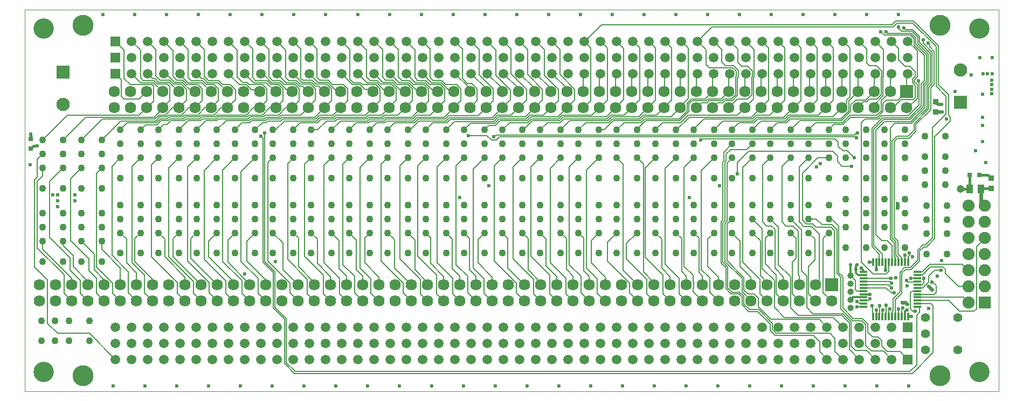
<source format=gbr>
G04 ================== begin FILE IDENTIFICATION RECORD ==================*
G04 Layout Name:  C:/NOW_WORK/VoloKh/CPI2/MAIN/BRD/CPI2_MAIN.brd*
G04 Film Name:    TOP*
G04 File Format:  Gerber RS274X*
G04 File Origin:  Cadence Allegro 17.2-S074*
G04 Origin Date:  Tue Mar 30 10:27:55 2021*
G04 *
G04 Layer:  BOARD GEOMETRY/OUTLINE*
G04 Layer:  ETCH/TOP*
G04 Layer:  PIN/TOP*
G04 Layer:  VIA CLASS/TOP*
G04 *
G04 Offset:    (0.0000 0.0000)*
G04 Mirror:    No*
G04 Mode:      Positive*
G04 Rotation:  0*
G04 FullContactRelief:  No*
G04 UndefLineWidth:     0.1000*
G04 ================== end FILE IDENTIFICATION RECORD ====================*
%FSLAX25Y25*MOMM*%
%IR0*IPPOS*OFA0.00000B0.00000*MIA0B0*SFA1.00000B1.00000*%
%ADD22R,.3X1.2*%
%ADD21R,1.2X.3*%
%ADD14C,.6*%
%ADD24C,.55*%
%ADD26R,.9X.9*%
%ADD28R,1.05X1.4*%
%ADD23C,1.*%
%ADD11C,1.1*%
%ADD29C,1.2*%
%ADD16C,2.1*%
%ADD25C,1.4*%
%ADD10C,3.2*%
%ADD18C,1.5*%
%ADD15C,3.3*%
%ADD13R,.8X.8*%
%ADD30R,.8X.8*%
%ADD20R,2.X2.*%
%ADD27C,1.9*%
%ADD17R,2.1X2.1*%
%ADD19R,1.5X1.5*%
%ADD31R,1.9X1.9*%
%ADD12C,1.79*%
%ADD32C,.3*%
%ADD33C,.4*%
%ADD34C,.5*%
%ADD35C,.15*%
%ADD36C,.1*%
G75*
%LPD*%
G75*
G54D10*
X300000Y300000D03*
Y5700000D03*
X15000000Y300000D03*
Y5700000D03*
G54D20*
X12680000Y1670000D03*
X13850000Y4710000D03*
G54D11*
X260000Y790000D03*
Y1110000D03*
X280000Y2360000D03*
Y2040000D03*
Y3190000D03*
Y2580000D03*
Y2800000D03*
Y3730000D03*
Y3510000D03*
Y3950000D03*
X480000Y790000D03*
X700000D03*
X1020000D03*
X480000Y1110000D03*
X700000D03*
X1020000D03*
X890000Y2360000D03*
Y2040000D03*
X600000Y2360000D03*
Y2040000D03*
X890000Y3190000D03*
X600000D03*
X890000Y2580000D03*
Y2800000D03*
X600000D03*
Y2580000D03*
X890000Y3730000D03*
Y3510000D03*
X600000Y3730000D03*
Y3510000D03*
X890000Y3950000D03*
X600000D03*
X1500000Y2490000D03*
Y2170000D03*
X1820000Y2490000D03*
Y2170000D03*
X1210000Y2360000D03*
Y2040000D03*
Y3190000D03*
X1500000Y2710000D03*
Y2930000D03*
X1820000D03*
Y2710000D03*
X1210000Y2800000D03*
Y2580000D03*
X1500000Y3890000D03*
Y3670000D03*
Y3350000D03*
X1820000Y3890000D03*
Y3670000D03*
Y3350000D03*
X1210000Y3730000D03*
Y3510000D03*
X1500000Y4110000D03*
X1820000D03*
X1210000Y3950000D03*
X2100000Y2490000D03*
Y2170000D03*
X2420000Y2490000D03*
Y2170000D03*
X2100000Y2710000D03*
Y2930000D03*
X2420000D03*
Y2710000D03*
X2100000Y3890000D03*
Y3670000D03*
Y3350000D03*
X2420000Y3890000D03*
Y3670000D03*
Y3350000D03*
X2100000Y4110000D03*
X2420000D03*
X2700000Y2490000D03*
Y2170000D03*
X3020000Y2490000D03*
Y2170000D03*
X2700000Y2710000D03*
Y2930000D03*
X3020000D03*
Y2710000D03*
X2700000Y3890000D03*
Y3670000D03*
Y3350000D03*
X3020000Y3890000D03*
Y3670000D03*
Y3350000D03*
X2700000Y4110000D03*
X3020000D03*
X3900000Y2490000D03*
Y2170000D03*
X3300000Y2490000D03*
Y2170000D03*
X3620000Y2490000D03*
Y2170000D03*
X3900000Y2710000D03*
Y2930000D03*
X3300000Y2710000D03*
Y2930000D03*
X3620000D03*
Y2710000D03*
X3900000Y3890000D03*
Y3670000D03*
Y3350000D03*
X3300000Y3890000D03*
Y3670000D03*
Y3350000D03*
X3620000Y3890000D03*
Y3670000D03*
Y3350000D03*
X3900000Y4110000D03*
X3300000D03*
X3620000D03*
X4500000Y2490000D03*
Y2170000D03*
X4220000Y2490000D03*
Y2170000D03*
X4500000Y2710000D03*
Y2930000D03*
X4220000D03*
Y2710000D03*
X4500000Y3890000D03*
Y3670000D03*
Y3350000D03*
X4220000Y3890000D03*
Y3670000D03*
Y3350000D03*
X4500000Y4110000D03*
X4220000D03*
X5100000Y2490000D03*
Y2170000D03*
X4820000Y2490000D03*
Y2170000D03*
X5100000Y2710000D03*
Y2930000D03*
X4820000D03*
Y2710000D03*
X5100000Y3890000D03*
Y3670000D03*
Y3350000D03*
X4820000Y3890000D03*
Y3670000D03*
Y3350000D03*
X5100000Y4110000D03*
X4820000D03*
X5700000Y2490000D03*
Y2170000D03*
X5420000Y2490000D03*
Y2170000D03*
X5700000Y2710000D03*
Y2930000D03*
X5420000D03*
Y2710000D03*
X5700000Y3890000D03*
Y3670000D03*
Y3350000D03*
X5420000Y3890000D03*
Y3670000D03*
Y3350000D03*
X5700000Y4110000D03*
X5420000D03*
X6300000Y2490000D03*
Y2170000D03*
X6620000Y2490000D03*
Y2170000D03*
X6020000Y2490000D03*
Y2170000D03*
X6300000Y2710000D03*
Y2930000D03*
X6620000D03*
Y2710000D03*
X6020000Y2930000D03*
Y2710000D03*
X6300000Y3890000D03*
Y3670000D03*
Y3350000D03*
X6620000Y3890000D03*
Y3670000D03*
Y3350000D03*
X6020000Y3890000D03*
Y3670000D03*
Y3350000D03*
X6300000Y4110000D03*
X6620000D03*
X6020000D03*
X6900000Y2490000D03*
Y2170000D03*
X7220000Y2490000D03*
Y2170000D03*
X6900000Y2710000D03*
Y2930000D03*
X7220000D03*
Y2710000D03*
X6900000Y3890000D03*
Y3670000D03*
Y3350000D03*
X7220000Y3890000D03*
Y3670000D03*
Y3350000D03*
X6900000Y4110000D03*
X7220000D03*
X7500000Y2490000D03*
Y2170000D03*
X7820000Y2490000D03*
Y2170000D03*
X7500000Y2710000D03*
Y2930000D03*
X7820000D03*
Y2710000D03*
X7500000Y3890000D03*
Y3670000D03*
Y3350000D03*
X7820000Y3890000D03*
Y3670000D03*
Y3350000D03*
X7500000Y4110000D03*
X7820000D03*
X8700000Y2490000D03*
Y2170000D03*
X8100000Y2490000D03*
Y2170000D03*
X8420000Y2490000D03*
Y2170000D03*
X8700000Y2710000D03*
Y2930000D03*
X8100000Y2710000D03*
Y2930000D03*
X8420000D03*
Y2710000D03*
X8700000Y3890000D03*
Y3670000D03*
Y3350000D03*
X8100000Y3890000D03*
Y3670000D03*
Y3350000D03*
X8420000Y3890000D03*
Y3670000D03*
Y3350000D03*
X8700000Y4110000D03*
X8100000D03*
X8420000D03*
X9020000Y2490000D03*
Y2170000D03*
X9300000Y2490000D03*
Y2170000D03*
X9020000Y2930000D03*
Y2710000D03*
X9300000D03*
Y2930000D03*
Y3890000D03*
Y3670000D03*
Y3350000D03*
X9020000Y3890000D03*
Y3670000D03*
Y3350000D03*
X9300000Y4110000D03*
X9020000D03*
X9910000Y2490000D03*
Y2170000D03*
X9620000Y2490000D03*
Y2170000D03*
X9910000Y2710000D03*
Y2930000D03*
X9620000D03*
Y2710000D03*
Y3890000D03*
Y3670000D03*
Y3350000D03*
X9910000Y3890000D03*
Y3670000D03*
Y3350000D03*
X9620000Y4110000D03*
X9910000D03*
X10510000Y2490000D03*
Y2170000D03*
X10830000Y2490000D03*
Y2170000D03*
X10230000Y2490000D03*
Y2170000D03*
X10510000Y2710000D03*
Y2930000D03*
X10830000D03*
Y2710000D03*
X10230000Y2930000D03*
Y2710000D03*
X10510000Y3890000D03*
Y3670000D03*
Y3350000D03*
X10830000Y3890000D03*
Y3670000D03*
Y3350000D03*
X10230000Y3890000D03*
Y3670000D03*
Y3350000D03*
X10510000Y4110000D03*
X10830000D03*
X10230000D03*
X11110000Y2490000D03*
Y2170000D03*
X11430000Y2490000D03*
Y2170000D03*
X11110000Y2710000D03*
Y2930000D03*
X11430000D03*
Y2710000D03*
X11110000Y3890000D03*
Y3670000D03*
Y3350000D03*
X11430000Y3890000D03*
Y3670000D03*
Y3350000D03*
X11110000Y4110000D03*
X11430000D03*
X11710000Y2490000D03*
Y2170000D03*
X12030000Y2490000D03*
Y2170000D03*
X11710000Y2710000D03*
Y2930000D03*
X12030000D03*
Y2710000D03*
X11710000Y3890000D03*
Y3670000D03*
Y3350000D03*
X12030000Y3890000D03*
Y3670000D03*
Y3350000D03*
X11710000Y4110000D03*
X12030000D03*
X12310000Y2490000D03*
Y2170000D03*
X12630000Y2490000D03*
Y2170000D03*
X12900000Y2260000D03*
X12310000Y2710000D03*
Y2930000D03*
X12630000D03*
Y2710000D03*
X12900000Y2800000D03*
Y3020000D03*
Y2580000D03*
X12310000Y3890000D03*
Y3670000D03*
Y3350000D03*
X12630000Y3890000D03*
Y3670000D03*
Y3350000D03*
X12900000Y3890000D03*
Y3670000D03*
Y3350000D03*
X12310000Y4110000D03*
X12630000D03*
X12900000D03*
X13510000Y2260000D03*
X13220000D03*
X13510000Y2800000D03*
Y3020000D03*
Y2580000D03*
X13220000Y3020000D03*
Y2800000D03*
Y2580000D03*
X13510000Y3890000D03*
Y3670000D03*
Y3350000D03*
X13220000Y3890000D03*
Y3670000D03*
Y3350000D03*
X13510000Y4110000D03*
X13220000D03*
X13830000Y2260000D03*
X14170000Y2480000D03*
Y2160000D03*
X13830000Y3020000D03*
Y2800000D03*
Y2580000D03*
X14170000Y2700000D03*
Y2920000D03*
X14140000Y3250000D03*
Y3470000D03*
Y3690000D03*
X13830000Y3890000D03*
Y3670000D03*
Y3350000D03*
X14140000Y4010000D03*
X13830000Y4110000D03*
X14490000Y2480000D03*
Y2160000D03*
Y2920000D03*
Y2700000D03*
X14460000Y3470000D03*
Y3250000D03*
Y3690000D03*
Y4010000D03*
G54D12*
X234000Y1416000D03*
X488000D03*
X234000Y1670000D03*
X488000D03*
X742000Y1416000D03*
X996000D03*
X742000Y1670000D03*
X996000D03*
X1250000Y1416000D03*
X1504000D03*
X1758000D03*
X1250000Y1670000D03*
X1504000D03*
X1758000D03*
X1404000Y4456000D03*
X1658000D03*
X1404000Y4710000D03*
X1658000D03*
X2012000Y1416000D03*
X2266000D03*
X2520000D03*
X2012000Y1670000D03*
X2266000D03*
X2520000D03*
X1912000Y4456000D03*
X2166000D03*
X2420000D03*
X1912000Y4710000D03*
X2166000D03*
X2420000D03*
X2774000Y1416000D03*
X3028000D03*
X2774000Y1670000D03*
X3028000D03*
X2674000Y4456000D03*
X2928000D03*
X3182000D03*
X2674000Y4710000D03*
X2928000D03*
X3182000D03*
X3282000Y1416000D03*
X3536000D03*
X3790000D03*
X3282000Y1670000D03*
X3536000D03*
X3790000D03*
X3436000Y4456000D03*
X3690000D03*
X3944000D03*
X3436000Y4710000D03*
X3690000D03*
X3944000D03*
X4044000Y1416000D03*
X4298000D03*
X4552000D03*
X4044000Y1670000D03*
X4298000D03*
X4552000D03*
X4198000Y4456000D03*
X4452000D03*
X4198000Y4710000D03*
X4452000D03*
X4806000Y1416000D03*
X5060000D03*
X5314000D03*
X4806000Y1670000D03*
X5060000D03*
X5314000D03*
X4706000Y4456000D03*
X4960000D03*
X5214000D03*
X4706000Y4710000D03*
X4960000D03*
X5214000D03*
X5568000Y1416000D03*
X5822000D03*
X5568000Y1670000D03*
X5822000D03*
X5468000Y4456000D03*
X5722000D03*
X5976000D03*
X5468000Y4710000D03*
X5722000D03*
X5976000D03*
X6076000Y1416000D03*
X6330000D03*
X6584000D03*
X6076000Y1670000D03*
X6330000D03*
X6584000D03*
X6230000Y4456000D03*
X6484000D03*
X6230000Y4710000D03*
X6484000D03*
X6838000Y1416000D03*
X7092000D03*
X7346000D03*
X6838000Y1670000D03*
X7092000D03*
X7346000D03*
X6738000Y4456000D03*
X6992000D03*
X7246000D03*
X6738000Y4710000D03*
X6992000D03*
X7246000D03*
X7600000Y1416000D03*
Y1670000D03*
X7854000Y1416000D03*
Y1670000D03*
X8108000Y1416000D03*
Y1670000D03*
X7500000Y4456000D03*
X7754000D03*
X8008000D03*
X7500000Y4710000D03*
X7754000D03*
X8008000D03*
X8362000Y1416000D03*
Y1670000D03*
X8616000Y1416000D03*
Y1670000D03*
X8262000Y4456000D03*
X8516000D03*
X8770000D03*
X8262000Y4710000D03*
X8516000D03*
X8770000D03*
X8870000Y1416000D03*
Y1670000D03*
X9124000Y1416000D03*
Y1670000D03*
X9378000Y1416000D03*
Y1670000D03*
X9024000Y4456000D03*
X9278000D03*
X9024000Y4710000D03*
X9278000D03*
X9632000Y1416000D03*
Y1670000D03*
X9886000Y1416000D03*
Y1670000D03*
X10140000Y1416000D03*
Y1670000D03*
X9532000Y4456000D03*
X9786000D03*
X10040000D03*
X9532000Y4710000D03*
X9786000D03*
X10040000D03*
X10394000Y1416000D03*
Y1670000D03*
X10648000Y1416000D03*
Y1670000D03*
X10294000Y4456000D03*
X10548000D03*
X10802000D03*
X10294000Y4710000D03*
X10548000D03*
X10802000D03*
X10902000Y1416000D03*
Y1670000D03*
X11156000Y1416000D03*
Y1670000D03*
X11410000Y1416000D03*
Y1670000D03*
X11056000Y4456000D03*
X11310000D03*
X11564000D03*
X11056000Y4710000D03*
X11310000D03*
X11564000D03*
X11664000Y1416000D03*
Y1670000D03*
X11918000Y1416000D03*
Y1670000D03*
X12172000Y1416000D03*
Y1670000D03*
X11818000Y4456000D03*
X12072000D03*
X11818000Y4710000D03*
X12072000D03*
X12426000Y1416000D03*
Y1670000D03*
X12680000Y1416000D03*
X12326000Y4456000D03*
X12580000D03*
X12834000D03*
X12326000Y4710000D03*
X12580000D03*
X12834000D03*
X13088000Y4456000D03*
X13342000D03*
X13596000D03*
X13088000Y4710000D03*
X13342000D03*
X13596000D03*
X13850000Y4456000D03*
G54D30*
X14995000Y3400000D03*
X14845000D03*
G54D21*
X13175000Y1775000D03*
Y1725000D03*
Y1675000D03*
Y1625000D03*
Y1575000D03*
Y1525000D03*
Y1475000D03*
Y1425000D03*
Y1375000D03*
Y1325000D03*
Y1875000D03*
Y1825000D03*
X14025000Y1325000D03*
Y1375000D03*
Y1425000D03*
Y1475000D03*
Y1525000D03*
Y1575000D03*
Y1625000D03*
Y1675000D03*
Y1725000D03*
Y1775000D03*
Y1825000D03*
Y1875000D03*
G54D31*
X15080000Y1390000D03*
G54D13*
X95000Y3815000D03*
Y3965000D03*
G54D22*
X13325000Y1175000D03*
X13375000D03*
X13425000D03*
X13475000D03*
X13525000D03*
X13575000D03*
Y2025000D03*
X13525000D03*
X13475000D03*
X13425000D03*
X13375000D03*
X13325000D03*
X13625000Y1175000D03*
X13675000D03*
X13725000D03*
X13775000D03*
X13825000D03*
X13875000D03*
Y2025000D03*
X13825000D03*
X13775000D03*
X13725000D03*
X13675000D03*
X13625000D03*
G54D32*
G01X13175000Y1525000D02*
X13275000D01*
G01X13175000Y1475000D02*
X13008000D01*
X12970000Y1437000D01*
G01X13525000Y2025000D02*
Y1905000D01*
G01X13060000Y1920000D02*
Y1860000D01*
X13095000Y1825000D01*
X13175000D01*
G01X13070000Y1990000D02*
X13060000Y1980000D01*
Y1920000D01*
G01X13375000Y1910000D02*
Y2025000D01*
G01X12970000Y1990000D02*
Y1818000D01*
G01X13175000Y1875000D02*
Y1897700D01*
X13140000Y1932700D01*
G01X13325000Y2025000D02*
X13267300D01*
G01X13825000Y1175000D02*
Y1255000D01*
X13847700Y1277700D01*
X13860000D01*
G01X13875000Y1175000D02*
X13919170D01*
X13920000Y1174170D01*
X13932700D01*
G54D23*
X12970000Y1310000D03*
Y1437000D03*
Y1564000D03*
Y1691000D03*
Y1818000D03*
G54D14*
G01X13785000Y1390000D02*
X13832500D01*
X13857500Y1365000D01*
G01X14203480Y1649220D02*
X14254890Y1597810D01*
G01X13707500Y2952700D02*
Y2880000D01*
G01X15020000Y3180000D02*
Y2974000D01*
X15080000Y2914000D01*
X200000Y3855000D03*
X90000Y3562300D03*
X95000Y4047700D03*
X444600Y3090000D03*
X517300D03*
Y2995000D03*
X787300Y3090000D03*
X517300Y2900000D03*
X785000Y2995000D03*
X1390000Y80000D03*
X1730000Y5920000D03*
X1230000D03*
X2390000Y80000D03*
X1890000D03*
X2230000Y5920000D03*
X2890000Y80000D03*
X2730000Y5920000D03*
X3890000Y80000D03*
X3390000D03*
X3455000Y1845000D03*
X3710000Y4010000D03*
X3770000Y4060000D03*
X3230000Y5920000D03*
X3730000D03*
X4390000Y80000D03*
X3935000Y2035000D03*
X4230000Y5920000D03*
X4890000Y80000D03*
X4730000Y5920000D03*
X5230000D03*
X5390000Y80000D03*
X5890000D03*
X5730000Y5920000D03*
X6390000Y80000D03*
X6230000Y5920000D03*
X6890000Y80000D03*
X6835000Y3045000D03*
X7295000Y3235000D03*
X6970000Y4020000D03*
X7230000Y5920000D03*
X6730000D03*
X7890000Y80000D03*
X7390000D03*
X7370000Y4000000D03*
X7730000Y5920000D03*
X8390000Y80000D03*
X8730000Y5920000D03*
X8230000D03*
X9390000Y80000D03*
X8890000D03*
X9230000Y5920000D03*
X9890000Y80000D03*
X9730000Y5920000D03*
X10390000Y80000D03*
X10445000Y3045000D03*
X10620000Y3947500D03*
X10730000Y5920000D03*
X10230000D03*
X11390000Y80000D03*
X10890000D03*
X11195000Y3420000D03*
X10912700Y3235000D03*
X11230000Y5920000D03*
X11890000Y80000D03*
X11730000Y5920000D03*
X12890000Y80000D03*
X12390000D03*
X12500000Y3580000D03*
X12435000Y3527500D03*
X12230000Y5920000D03*
X12730000D03*
X13390000Y80000D03*
X13070000Y1415000D03*
X13375000Y1277700D03*
X13427500Y1342500D03*
X13070000Y1325000D03*
X13480000Y1279290D03*
X13280000Y1450000D03*
X13314170Y1345830D03*
X13275000Y1525000D03*
X13587500Y1290000D03*
X13532500Y1350000D03*
X13525000Y1905000D03*
X13375000Y1910000D03*
X13060000Y1920000D03*
X13267300Y2025000D03*
X13140000Y1932700D03*
X12990000Y3540000D03*
X13030000Y3670000D03*
X13065000Y3985000D03*
X13086100Y4057860D03*
X13230000Y5920000D03*
X13530000Y5652500D03*
X13450000Y5654630D03*
X13890000Y80000D03*
X14127810Y1772570D03*
X13849500Y1739670D03*
X13654520Y1544520D03*
X13617870Y1697870D03*
X13990000Y1260000D03*
X13610000Y1777500D03*
X13862300Y1660000D03*
X13683410Y1780850D03*
X13860000Y1277700D03*
X14196520Y1300000D03*
X13620000Y1620000D03*
X13925000Y1775000D03*
X13785000Y1390000D03*
X13857500Y1365000D03*
X13794890Y1310060D03*
X14255000Y1716620D03*
X14254890Y1597810D03*
X14203480Y1649220D03*
X13725000Y1290000D03*
X13932700Y1174170D03*
X13895000Y2170000D03*
X13950000Y2117700D03*
X13825000Y2140000D03*
X13707500Y2952700D03*
Y2880000D03*
X14040000Y4880000D03*
X14113000Y5522500D03*
X13730000Y5920000D03*
X13810000Y5712500D03*
X14187870Y5477870D03*
X13730000Y5732500D03*
X14332700Y1805000D03*
X14395000Y1900000D03*
X14403900Y2054350D03*
X14935000Y3785000D03*
X14480000Y4285000D03*
X14410000Y4390000D03*
X14405000Y4510000D03*
X14869500Y4973700D03*
X14612700Y4712500D03*
X15095000Y3597300D03*
X15049800Y4183500D03*
Y3929500D03*
X15049500Y4310500D03*
X15055000Y4990000D03*
X15125000D03*
X15200000D03*
X15195000Y4895000D03*
Y4820000D03*
X15045000Y4670000D03*
X15195000Y4677300D03*
Y4750000D03*
X15197700Y5250000D03*
X15005000D03*
G54D33*
G01X95000Y3815000D02*
Y3816710D01*
X133290Y3855000D01*
X200000D01*
G01X95000Y3965000D02*
Y4047700D01*
G01X14840000Y3180000D02*
X14700000D01*
G01X14845000Y3400000D02*
Y3185000D01*
X14840000Y3180000D01*
G01X15180000Y3190000D02*
X15030000D01*
X15020000Y3180000D01*
G01X14995000Y3400000D02*
X15130000D01*
X15180000Y3350000D01*
G54D15*
X919000Y246000D03*
Y5754000D03*
X14381000Y246000D03*
Y5754000D03*
G54D24*
X12970000Y1990000D03*
X13070000D03*
G54D34*
G01X14310000Y4390000D02*
X14410000D01*
G01X14310000Y4550000D02*
X14330000Y4530000D01*
X14330360D01*
X14350360Y4510000D01*
X14405000D01*
G54D25*
X14146000Y1154000D03*
Y900000D03*
Y646000D03*
X14654000D03*
Y1154000D03*
G54D16*
X599800Y4513340D03*
X14700000Y5048000D03*
G54D35*
G01X1427000Y500000D02*
X1017000Y910000D01*
X515000D01*
X360000Y1065000D01*
Y1750000D01*
X155000Y1955000D01*
Y3324990D01*
X200000Y3369990D01*
Y3650000D01*
X280000Y3730000D01*
G01X742000Y1416000D02*
X616800Y1541200D01*
Y1833200D01*
X200000Y2250000D01*
Y3300000D01*
X280000Y3380000D01*
Y3510000D01*
G01X600000D02*
X390000Y3300000D01*
Y2420000D01*
X710000Y2100000D01*
Y1900000D01*
X870000Y1740000D01*
Y1542000D01*
X996000Y1416000D01*
G01X280000Y2360000D02*
Y2235000D01*
X742000Y1773000D01*
Y1670000D01*
G01X280000Y3950000D02*
X670000Y4340000D01*
X1800000D01*
X1912000Y4452000D01*
Y4456000D01*
G01X996000Y1600000D02*
Y1670000D01*
G01X600000Y2360000D02*
Y2290000D01*
X760000Y2130000D01*
Y1961200D01*
X996000Y1725200D01*
Y1670000D01*
G01X742000Y1600000D02*
Y1670000D01*
G01X1250000D02*
Y1750000D01*
X1090000Y1910000D01*
Y2160000D01*
X890000Y2360000D01*
G01Y3510000D02*
X725000Y3345000D01*
Y2365000D01*
X1010000Y2080000D01*
Y1890000D01*
X1124800Y1775200D01*
Y1541200D01*
X1250000Y1416000D01*
G01X890000Y3950000D02*
X1220000Y4280000D01*
X2042430D01*
X2106430Y4344000D01*
X2212400D01*
X2324400Y4456000D01*
X2420000D01*
G01X600000Y3950000D02*
X960000Y4310000D01*
X2030000D01*
X2166000Y4446000D01*
Y4456000D01*
G01X1250000Y1600000D02*
Y1670000D01*
G01X1504000Y1416000D02*
X1378800Y1541200D01*
Y1701200D01*
X1130000Y1950000D01*
Y3430000D01*
X1210000Y3510000D01*
G01X1758000Y1416000D02*
X1630000Y1544000D01*
Y1880000D01*
X1370000Y2140000D01*
Y3540000D01*
X1500000Y3670000D01*
G01X1758000Y1670000D02*
Y1862000D01*
X1600000Y2020000D01*
Y2390000D01*
X1500000Y2490000D01*
G01X1758000Y1600000D02*
Y1670000D01*
G01X1504000Y1600000D02*
Y1670000D01*
G01X1210000Y2360000D02*
Y2230000D01*
X1504000Y1936000D01*
Y1670000D01*
G01X2012000D02*
Y1758000D01*
X1730000Y2040000D01*
Y2400000D01*
X1820000Y2490000D01*
G01Y3670000D02*
X1690000Y3540000D01*
Y2020000D01*
X1883200Y1826800D01*
Y1544800D01*
X2012000Y1416000D01*
G01X2928000Y4456000D02*
X2832400D01*
X2720400Y4344000D01*
X2508830D01*
X2478830Y4314000D01*
X2267260D01*
X2237260Y4284000D01*
X2131290D01*
X2067290Y4220000D01*
X1610000D01*
X1500000Y4110000D01*
G01X1210000Y3950000D02*
X1510000Y4250000D01*
X2054860D01*
X2118860Y4314000D01*
X2224830D01*
X2254830Y4344000D01*
X2466400D01*
X2578400Y4456000D01*
X2674000D01*
G01X2166000Y4710000D02*
X2024000Y4852000D01*
X1818000D01*
X1681000Y4989000D01*
Y4992000D01*
G01X1912000Y4710000D02*
X1800000Y4598000D01*
X1562000D01*
X1520000Y4640000D01*
Y4900000D01*
X1428000Y4992000D01*
X1427000D01*
G01Y5500000D02*
X1560000Y5367000D01*
Y4920000D01*
X1658000Y4822000D01*
X1998000D01*
X2024000Y4796000D01*
Y4564000D01*
X1916000Y4456000D01*
X1912000D01*
G01X2166000D02*
X2278000Y4568000D01*
Y4792000D01*
X2240000Y4830000D01*
X2088430D01*
X2036430Y4882000D01*
X1868000D01*
X1820000Y4930000D01*
Y5361000D01*
X1681000Y5500000D01*
G01X2012000Y1600000D02*
Y1670000D01*
G01X2100000Y3670000D02*
X1990000Y3560000D01*
Y2110000D01*
X2394800Y1705200D01*
Y1541200D01*
X2520000Y1416000D01*
G01X2774000Y1670000D02*
X2330000Y2114000D01*
Y2400000D01*
X2420000Y2490000D01*
G01Y3670000D02*
X2260000Y3510000D01*
Y2110000D01*
X2648800Y1721200D01*
Y1541200D01*
X2774000Y1416000D01*
G01X2100000Y2490000D02*
X2200000Y2390000D01*
Y2110000D01*
X2520000Y1790000D01*
Y1670000D01*
G01X3182000Y4456000D02*
X3086400D01*
X2974400Y4344000D01*
X2762830D01*
X2732830Y4314000D01*
X2521260D01*
X2491260Y4284000D01*
X2279690D01*
X2249690Y4254000D01*
X2143720D01*
X2079720Y4190000D01*
X1900000D01*
X1820000Y4110000D01*
G01X2420000Y4456000D02*
Y4460000D01*
X2540000Y4580000D01*
Y4750000D01*
X2460000Y4830000D01*
X2342430D01*
X2282430Y4890000D01*
X2130000D01*
X2060000Y4960000D01*
Y5375000D01*
X1935000Y5500000D01*
G01X3944000Y4456000D02*
X3848400D01*
X3736400Y4344000D01*
X3524830D01*
X3494830Y4314000D01*
X3036430D01*
X3006430Y4284000D01*
X2787690D01*
X2757690Y4254000D01*
X2564000D01*
X2420000Y4110000D01*
G01X2100000D02*
X2190000Y4200000D01*
X2238120D01*
X2292120Y4254000D01*
X2503690D01*
X2533690Y4284000D01*
X2745260D01*
X2775260Y4314000D01*
X2994000D01*
X3024000Y4344000D01*
X3482400D01*
X3594400Y4456000D01*
X3690000D01*
G01X2928000Y4710000D02*
X2786000Y4852000D01*
X2565300D01*
X2443000Y4974300D01*
Y4992000D01*
G01X2420000Y4710000D02*
X2270000Y4860000D01*
X2100860D01*
X2048860Y4912000D01*
X2008000D01*
X1935000Y4985000D01*
Y4992000D01*
G01X2189000Y5500000D02*
X2330000Y5359000D01*
Y4950000D01*
X2390000Y4890000D01*
X2484860D01*
X2552870Y4822000D01*
X2720400D01*
X2786000Y4756400D01*
Y4566000D01*
X2676000Y4456000D01*
X2674000D01*
G01Y4710000D02*
X2622440D01*
X2472430Y4860000D01*
X2354860D01*
X2222860Y4992000D01*
X2189000D01*
G01X2443000Y5500000D02*
X2570000Y5373000D01*
Y4930000D01*
X2618000Y4882000D01*
X2798430D01*
X2858430Y4822000D01*
X2974400D01*
X3040000Y4756400D01*
Y4570000D01*
X2928000Y4458000D01*
Y4456000D01*
G01X3282000Y1416000D02*
X3156800Y1541200D01*
Y1733200D01*
X2820000Y2070000D01*
Y3470000D01*
X3020000Y3670000D01*
G01X3028000Y1416000D02*
X2899200Y1544800D01*
Y1710800D01*
X2560000Y2050000D01*
Y3530000D01*
X2700000Y3670000D01*
G01X3028000Y1670000D02*
X2855010Y1842990D01*
Y1844990D01*
X2610000Y2090000D01*
Y2400000D01*
X2700000Y2490000D01*
G01X3282000Y1670000D02*
Y1725200D01*
X2890000Y2117200D01*
Y2360000D01*
X3020000Y2490000D01*
G01X3536000Y1416000D02*
X3410000Y1542000D01*
Y1740000D01*
X3110000Y2040000D01*
Y3480000D01*
X3300000Y3670000D01*
G01X2697000Y5500000D02*
X2820000Y5377000D01*
Y4950000D01*
X2888000Y4882000D01*
X3052430D01*
X3112430Y4822000D01*
X3228400D01*
X3310000Y4740400D01*
Y4590000D01*
X3182000Y4462000D01*
Y4456000D01*
G01X4452000D02*
X4336000Y4340000D01*
X4028830D01*
X3998830Y4310000D01*
X3787260D01*
X3761260Y4284000D01*
X3549690D01*
X3519690Y4254000D01*
X3164000D01*
X3020000Y4110000D01*
G01X4198000Y4456000D02*
X4102400D01*
X3986400Y4340000D01*
X3774830D01*
X3748830Y4314000D01*
X3537260D01*
X3507260Y4284000D01*
X3048860D01*
X3018860Y4254000D01*
X2844000D01*
X2700000Y4110000D01*
G01X2697000Y4992000D02*
X2777000Y4912000D01*
X2810860D01*
X2870860Y4852000D01*
X3040000D01*
X3182000Y4710000D01*
G01X3282000Y1600000D02*
Y1670000D01*
G01X3536000D02*
Y1684000D01*
X3190000Y2030000D01*
Y2380000D01*
X3300000Y2490000D01*
G01X3536000Y1600000D02*
Y1670000D01*
G01X3620000Y3670000D02*
X3400000Y3450000D01*
Y2040000D01*
X3664800Y1775200D01*
Y1541200D01*
X3790000Y1416000D01*
G01Y1670000D02*
Y1750000D01*
X3490000Y2050000D01*
Y2360000D01*
X3620000Y2490000D01*
G01X14025000Y1375000D02*
X14235000D01*
X14270000Y1340000D01*
Y605010D01*
X13944990Y280000D01*
X4237570D01*
X4080000Y437570D01*
Y1127570D01*
X3902000Y1305570D01*
Y1865570D01*
X3740000Y2027570D01*
Y3980000D01*
X3710000Y4010000D01*
G01X3900000Y3670000D02*
X3822500Y3592500D01*
Y2049900D01*
X4170000Y1702400D01*
Y1550000D01*
X4298000Y1422000D01*
Y1416000D01*
G01X14025000Y1325000D02*
X14045000D01*
X14060000Y1310000D01*
Y1239990D01*
X14010000Y1189990D01*
Y414990D01*
X13905010Y310000D01*
X4250000D01*
X4110000Y450000D01*
Y1140000D01*
X3932000Y1318000D01*
Y1878000D01*
X3770000Y2040000D01*
Y4060000D01*
G01X4706000Y4456000D02*
X4560000Y4310000D01*
X4041260D01*
X4011260Y4280000D01*
X3799690D01*
X3773690Y4254000D01*
X3562120D01*
X3532120Y4224000D01*
X3414000D01*
X3300000Y4110000D01*
G01X3205000Y5500000D02*
X3340000Y5365000D01*
Y4940000D01*
X3420000Y4860000D01*
X3490000D01*
X3528000Y4822000D01*
X3736400D01*
X3802000Y4756400D01*
Y4572000D01*
X3690000Y4460000D01*
Y4456000D01*
G01X4960000D02*
X4844000Y4340000D01*
X4632430D01*
X4572430Y4280000D01*
X4053690D01*
X4023690Y4250000D01*
X3812120D01*
X3786120Y4224000D01*
X3734000D01*
X3620000Y4110000D01*
G01X3459000Y4992000D02*
X3599000Y4852000D01*
X3798000D01*
X3940000Y4710000D01*
X3944000D01*
G01X3690000D02*
X3662800Y4737200D01*
X3567200D01*
X3482400Y4822000D01*
X3368000D01*
X3205000Y4985000D01*
Y4992000D01*
G01X3713000D02*
X3742860D01*
X3882860Y4852000D01*
X4002830D01*
X4144830Y4710000D01*
X4198000D01*
G01X3713000Y5500000D02*
X3840000Y5373000D01*
Y4940000D01*
X3898000Y4882000D01*
X4015260D01*
X4075260Y4822000D01*
X4244400D01*
X4310000Y4756400D01*
Y4570000D01*
X4198000Y4458000D01*
Y4456000D01*
G01X3459000Y5500000D02*
X3580000Y5379000D01*
Y4930000D01*
X3628000Y4882000D01*
X3810430D01*
X3870430Y4822000D01*
X3990400D01*
X4056000Y4756400D01*
Y4566000D01*
X3946000Y4456000D01*
X3944000D01*
G01X3900000Y2490000D02*
X4060000Y2330000D01*
Y1910000D01*
X4298000Y1672000D01*
Y1670000D01*
G01X4220000Y3670000D02*
X4130000Y3580000D01*
Y2070000D01*
X4440000Y1760000D01*
Y1530000D01*
X4552000Y1418000D01*
Y1416000D01*
G01Y1670000D02*
Y1708000D01*
X4300000Y1960000D01*
Y2410000D01*
X4220000Y2490000D01*
G01X4500000Y3670000D02*
X4400000Y3570000D01*
Y2120000D01*
X4694000Y1826000D01*
Y1526000D01*
X4804000Y1416000D01*
X4806000D01*
G01X4500000Y2490000D02*
X4600000Y2390000D01*
Y2010000D01*
X4806000Y1804000D01*
Y1670000D01*
G01X4220000Y4110000D02*
X4330000Y4220000D01*
X4597290D01*
X4657290Y4280000D01*
X4868860D01*
X4898860Y4310000D01*
X5364430D01*
X5394430Y4340000D01*
X5606000D01*
X5722000Y4456000D01*
G01X3967000Y5500000D02*
X4100000Y5367000D01*
Y4930000D01*
X4148000Y4882000D01*
X4269260D01*
X4321260Y4830000D01*
X4490400D01*
X4564000Y4756400D01*
Y4574000D01*
X4452000Y4462000D01*
Y4456000D01*
G01X4500000Y4110000D02*
X4600000D01*
X4740000Y4250000D01*
X4881290D01*
X4911290Y4280000D01*
X5376860D01*
X5406860Y4310000D01*
X5618430D01*
X5648430Y4340000D01*
X5860000D01*
X5976000Y4456000D01*
G01X5468000D02*
X5352000Y4340000D01*
X4886430D01*
X4856430Y4310000D01*
X4644860D01*
X4584860Y4250000D01*
X4080000D01*
X3940000Y4110000D01*
X3900000D01*
G01X3967000Y4992000D02*
X4107000Y4852000D01*
X4256830D01*
X4308830Y4800000D01*
X4360000D01*
X4450000Y4710000D01*
X4452000D01*
G01X4221000Y4992000D02*
X4353000Y4860000D01*
X4502830D01*
X4562830Y4800000D01*
X4620000D01*
X4706000Y4714000D01*
Y4710000D01*
G01X4221000Y5500000D02*
X4340000Y5381000D01*
Y4920000D01*
X4370000Y4890000D01*
X4515260D01*
X4575260Y4830000D01*
X4744400D01*
X4818000Y4756400D01*
Y4568000D01*
X4706000Y4456000D01*
G01X4475000Y4992000D02*
X4607000Y4860000D01*
X4756830D01*
X4906830Y4710000D01*
X4960000D01*
G01X4475000Y5500000D02*
X4590000Y5385000D01*
Y4930000D01*
X4630000Y4890000D01*
X4769260D01*
X4837260Y4822000D01*
X5006400D01*
X5072000Y4756400D01*
Y4572000D01*
X4960000Y4460000D01*
Y4456000D01*
G01X5060000Y1416000D02*
Y1420000D01*
X4948000Y1532000D01*
Y1772000D01*
X4700000Y2020000D01*
Y3550000D01*
X4820000Y3670000D01*
G01Y2490000D02*
X4940000Y2370000D01*
Y1930000D01*
X5060000Y1810000D01*
Y1670000D01*
G01X5314000Y1416000D02*
X5180000Y1550000D01*
Y1810000D01*
X5000000Y1990000D01*
Y3570000D01*
X5100000Y3670000D01*
G01Y2490000D02*
X5210000Y2380000D01*
Y1910000D01*
X5314000Y1806000D01*
Y1670000D01*
G01X6484000Y4456000D02*
X6368000Y4340000D01*
X6156430D01*
X6096430Y4280000D01*
X5673290D01*
X5643290Y4250000D01*
X5431720D01*
X5401720Y4220000D01*
X5210000D01*
X5100000Y4110000D01*
G01X4820000D02*
X4960000Y4250000D01*
X5389290D01*
X5419290Y4280000D01*
X5630860D01*
X5660860Y4310000D01*
X6084000D01*
X6230000Y4456000D01*
G01X5237000Y4992000D02*
X5377000Y4852000D01*
X5526830D01*
X5668830Y4710000D01*
X5722000D01*
G01X5468000D02*
X5428000Y4750000D01*
X5340000D01*
X5268000Y4822000D01*
X5153000D01*
X4983000Y4992000D01*
G01Y5500000D02*
X5110000Y5373000D01*
Y4907430D01*
X5165430Y4852000D01*
X5280430D01*
X5310430Y4822000D01*
X5514400D01*
X5580000Y4756400D01*
Y4570000D01*
X5468000Y4458000D01*
Y4456000D01*
G01X5237000Y5500000D02*
X5370000Y5367000D01*
Y4940000D01*
X5428000Y4882000D01*
X5539260D01*
X5591260Y4830000D01*
X5760400D01*
X5834000Y4756400D01*
Y4574000D01*
X5722000Y4462000D01*
Y4456000D01*
G01X5420000Y2490000D02*
X5340000Y2410000D01*
Y2020000D01*
X5568000Y1792000D01*
Y1670000D01*
G01X6076000Y1416000D02*
Y1422000D01*
X5948000Y1550000D01*
Y1702400D01*
X5600500Y2049900D01*
Y3570500D01*
X5700000Y3670000D01*
G01X5420000D02*
X5270000Y3520000D01*
Y1940000D01*
X5440000Y1770000D01*
Y1540000D01*
X5564000Y1416000D01*
X5568000D01*
G01X6330000D02*
Y1418000D01*
X6218000Y1530000D01*
Y1760000D01*
X5898000Y2080000D01*
Y3548000D01*
X6020000Y3670000D01*
G01X6076000Y1670000D02*
Y1672000D01*
X5808000Y1940000D01*
Y2382000D01*
X5700000Y2490000D01*
G01X7246000Y4456000D02*
X7120000Y4330000D01*
X6654430D01*
X6604430Y4280000D01*
X6181290D01*
X6121290Y4220000D01*
X5810000D01*
X5700000Y4110000D01*
G01X6738000Y4456000D02*
X6592000Y4310000D01*
X6168860D01*
X6108860Y4250000D01*
X5685720D01*
X5655720Y4220000D01*
X5530000D01*
X5420000Y4110000D01*
G01X5491000Y5500000D02*
X5620000Y5371000D01*
Y4940000D01*
X5670000Y4890000D01*
X5785260D01*
X5853260Y4822000D01*
X6022400D01*
X6088000Y4756400D01*
Y4568000D01*
X5976000Y4456000D01*
G01X5491000Y4992000D02*
X5623000Y4860000D01*
X5772830D01*
X5922830Y4710000D01*
X5976000D01*
G01X5745000Y5500000D02*
X5870000Y5375000D01*
Y4940000D01*
X5928000Y4882000D01*
X6047260D01*
X6107260Y4822000D01*
X6276400D01*
X6342000Y4756400D01*
Y4562000D01*
X6236000Y4456000D01*
X6230000D01*
G01X5745000Y4992000D02*
X5885000Y4852000D01*
X6034830D01*
X6176830Y4710000D01*
X6230000D01*
G01X6584000Y1416000D02*
X6582000D01*
X6472000Y1526000D01*
Y1826000D01*
X6178000Y2120000D01*
Y3548000D01*
X6300000Y3670000D01*
G01X6330000Y1670000D02*
Y1708000D01*
X6130000Y1908000D01*
Y2380000D01*
X6020000Y2490000D01*
G01X6584000Y1670000D02*
Y1804000D01*
X6378000Y2010000D01*
Y2412000D01*
X6300000Y2490000D01*
G01X6838000Y1416000D02*
Y1420000D01*
X6726000Y1532000D01*
Y1772000D01*
X6478000Y2020000D01*
Y3528000D01*
X6620000Y3670000D01*
G01X6838000Y1670000D02*
Y1810000D01*
X6718000Y1930000D01*
Y2392000D01*
X6620000Y2490000D01*
G01X8008000Y4456000D02*
X7866000Y4314000D01*
X7442860D01*
X7368860Y4240000D01*
X6750000D01*
X6620000Y4110000D01*
G01X7500000Y4456000D02*
X7344000Y4300000D01*
X6666860D01*
X6616860Y4250000D01*
X6193720D01*
X6053720Y4110000D01*
X6020000D01*
G01X5999000Y5500000D02*
X6130000Y5369000D01*
Y4930000D01*
X6178000Y4882000D01*
X6301260D01*
X6361260Y4822000D01*
X6530400D01*
X6596000Y4756400D01*
Y4566000D01*
X6486000Y4456000D01*
X6484000D01*
G01X7754000D02*
X7642000Y4344000D01*
X7430430D01*
X7356430Y4270000D01*
X6679290D01*
X6629290Y4220000D01*
X6410000D01*
X6300000Y4110000D01*
G01X6253000Y5500000D02*
X6370000Y5383000D01*
Y4930000D01*
X6418000Y4882000D01*
X6555260D01*
X6615260Y4822000D01*
X6784400D01*
X6850000Y4756400D01*
Y4570000D01*
X6738000Y4458000D01*
Y4456000D01*
G01X5999000Y4992000D02*
X6139000Y4852000D01*
X6288830D01*
X6430830Y4710000D01*
X6484000D01*
G01X6253000Y4992000D02*
X6393000Y4852000D01*
X6542830D01*
X6684830Y4710000D01*
X6738000D01*
G01X7092000Y1670000D02*
Y1806000D01*
X6988000Y1910000D01*
Y2402000D01*
X6900000Y2490000D01*
G01X7092000Y1416000D02*
X6958000Y1550000D01*
Y1810000D01*
X6778000Y1990000D01*
Y3548000D01*
X6900000Y3670000D01*
G01X7346000Y1416000D02*
X7342000D01*
X7218000Y1540000D01*
Y1770000D01*
X7048000Y1940000D01*
Y3498000D01*
X7220000Y3670000D01*
G01X7346000Y1670000D02*
Y1792000D01*
X7118000Y2020000D01*
Y2388000D01*
X7220000Y2490000D01*
G01X7015000Y5500000D02*
X7140000Y5375000D01*
Y4974400D01*
X7360000Y4754400D01*
Y4570000D01*
X7246000Y4456000D01*
G01X13065000Y3985000D02*
X13050000Y4000000D01*
X7460000D01*
X7407500Y3947500D01*
X7332500D01*
X7260000Y4020000D01*
X6970000D01*
G01X8262000Y4456000D02*
X8150000Y4344000D01*
X7938430D01*
X7878430Y4284000D01*
X7455290D01*
X7381290Y4210000D01*
X7000000D01*
X6900000Y4110000D01*
G01X6761000Y5500000D02*
X6880000Y5381000D01*
Y4915430D01*
X6952700Y4842730D01*
X7017670D01*
X7104000Y4756400D01*
Y4568000D01*
X6992000Y4456000D01*
G01X8516000D02*
X8374000Y4314000D01*
X7950860D01*
X7890860Y4254000D01*
X7467720D01*
X7393720Y4180000D01*
X7290000D01*
X7220000Y4110000D01*
G01X7500000Y4710000D02*
Y4761000D01*
X7269000Y4992000D01*
G01X6992000Y4710000D02*
Y4761000D01*
X6761000Y4992000D01*
G01X7246000Y4710000D02*
Y4761000D01*
X7015000Y4992000D01*
G01X7269000Y5500000D02*
X7400000Y5369000D01*
Y4970000D01*
X7630000Y4740000D01*
Y4590000D01*
X7500000Y4460000D01*
Y4456000D01*
G01X8108000Y1416000D02*
Y1418000D01*
X7996000Y1530000D01*
Y1760000D01*
X7676000Y2080000D01*
Y3526000D01*
X7820000Y3670000D01*
G01X7854000Y1670000D02*
Y1672000D01*
X7586000Y1940000D01*
Y2404000D01*
X7500000Y2490000D01*
G01X7854000Y1416000D02*
Y1422000D01*
X7726000Y1550000D01*
Y1702400D01*
X7378500Y2049900D01*
Y3548500D01*
X7500000Y3670000D01*
G01X8108000Y1670000D02*
Y1708000D01*
X7908000Y1908000D01*
Y2402000D01*
X7820000Y2490000D01*
G01X8362000Y1416000D02*
X8360000D01*
X8250000Y1526000D01*
Y1826000D01*
X7956000Y2120000D01*
Y3526000D01*
X8100000Y3670000D01*
G01X7777000Y5500000D02*
X7900000Y5377000D01*
Y4980000D01*
X8130000Y4750000D01*
Y4580000D01*
X8008000Y4458000D01*
Y4456000D01*
G01X9024000D02*
X8912000Y4344000D01*
X8446430D01*
X8386430Y4284000D01*
X7963290D01*
X7903290Y4224000D01*
X7620000D01*
X7506000Y4110000D01*
X7500000D01*
G01X9278000Y4456000D02*
X9136000Y4314000D01*
X8458860D01*
X8398860Y4254000D01*
X7975720D01*
X7831720Y4110000D01*
X7820000D01*
G01X13086100Y4057860D02*
X13063610D01*
X13035750Y4030000D01*
X7400000D01*
X7370000Y4000000D01*
G01X7523000Y5500000D02*
X7640000Y5383000D01*
Y4990000D01*
X7880000Y4750000D01*
Y4580000D01*
X7756000Y4456000D01*
X7754000D01*
G01Y4710000D02*
Y4761000D01*
X7523000Y4992000D01*
G01X8262000Y4710000D02*
Y4761000D01*
X8031000Y4992000D01*
G01X8008000Y4710000D02*
Y4761000D01*
X7777000Y4992000D01*
G01X8031000Y5500000D02*
X8160000Y5371000D01*
Y4970400D01*
X8380000Y4750400D01*
Y4570000D01*
X8266000Y4456000D01*
X8262000D01*
G01X8616000Y1416000D02*
Y1420000D01*
X8504000Y1532000D01*
Y1772000D01*
X8256000Y2020000D01*
Y3506000D01*
X8420000Y3670000D01*
G01X8100000Y2490000D02*
X8193010Y2396990D01*
Y1972990D01*
X8362000Y1804000D01*
Y1670000D01*
G01X8420000Y2490000D02*
X8510000Y2400000D01*
Y1916000D01*
X8616000Y1810000D01*
Y1670000D01*
G01X8700000Y2490000D02*
X8780000Y2410000D01*
Y1896000D01*
X8870000Y1806000D01*
Y1670000D01*
G01Y1416000D02*
X8736000Y1550000D01*
Y1810000D01*
X8556000Y1990000D01*
Y3526000D01*
X8700000Y3670000D01*
G01X10040000Y4456000D02*
X9928000Y4344000D01*
X9716430D01*
X9656430Y4284000D01*
X9233290D01*
X9173290Y4224000D01*
X8814000D01*
X8700000Y4110000D01*
G01X9786000Y4456000D02*
X9644000Y4314000D01*
X9220860D01*
X9160860Y4254000D01*
X8564000D01*
X8420000Y4110000D01*
G01X9532000Y4456000D02*
X9420000Y4344000D01*
X9208430D01*
X9148430Y4284000D01*
X8471290D01*
X8411290Y4224000D01*
X8214000D01*
X8100000Y4110000D01*
G01X8285000Y5500000D02*
X8410000Y5375000D01*
Y4980000D01*
X8640000Y4750000D01*
Y4580000D01*
X8516000Y4456000D01*
G01Y4710000D02*
Y4761000D01*
X8285000Y4992000D01*
G01X9632000Y1416000D02*
Y1422000D01*
X9504000Y1550000D01*
Y1702400D01*
X9156500Y2049900D01*
Y2346500D01*
X9300000Y2490000D01*
G01X9124000Y1416000D02*
X9120000D01*
X8996000Y1540000D01*
Y1770000D01*
X8826000Y1940000D01*
Y3476000D01*
X9020000Y3670000D01*
G01X9124000Y1670000D02*
Y1792000D01*
X8896000Y2020000D01*
Y2366000D01*
X9020000Y2490000D01*
G01X9632000Y1670000D02*
Y1672000D01*
X9400000Y1904000D01*
Y3570000D01*
X9300000Y3670000D01*
G01X9047000Y5500000D02*
X9150000Y5397000D01*
Y4580000D01*
X9026000Y4456000D01*
X9024000D01*
G01X9301000Y5500000D02*
X9410000Y5391000D01*
Y4590000D01*
X9278000Y4458000D01*
Y4456000D01*
G01X8793000Y5500000D02*
X8890500Y5402500D01*
Y4570500D01*
X8776000Y4456000D01*
X8770000D01*
G01X10294000D02*
X10152000Y4314000D01*
X9728860D01*
X9668860Y4254000D01*
X9245720D01*
X9101720Y4110000D01*
X9020000D01*
G01X10802000Y4710000D02*
X10690000Y4598000D01*
X10474000D01*
X10406000Y4530000D01*
Y4409600D01*
X10280400Y4284000D01*
X9741290D01*
X9681290Y4224000D01*
X9414000D01*
X9300000Y4110000D01*
G01X9278000Y4710000D02*
Y4969000D01*
X9301000Y4992000D01*
G01X8770000Y4710000D02*
Y4969000D01*
X8793000Y4992000D01*
G01X9024000Y4710000D02*
Y4969000D01*
X9047000Y4992000D01*
G01X8793000Y5500000D02*
X8800000D01*
X9060000Y5760000D01*
X13627570D01*
X13687570Y5820000D01*
X13937560D01*
X13937570Y5820010D01*
X13962410D01*
X14350000Y5432420D01*
Y4820000D01*
X14510000Y4660000D01*
Y4340000D01*
X14535000Y4315000D01*
Y4250000D01*
X14290000Y4005000D01*
Y2397570D01*
X14162430Y2270000D01*
X14120390D01*
X14057500Y2207110D01*
Y2047490D01*
X13922510Y1912500D01*
X13834930D01*
X13780000Y1857570D01*
Y1540000D01*
X13672500Y1432500D01*
Y1268250D01*
X13675000Y1265750D01*
Y1175000D01*
G01X9620000Y2490000D02*
X9454000Y2324000D01*
Y2080000D01*
X9774000Y1760000D01*
Y1530000D01*
X9886000Y1418000D01*
Y1416000D01*
G01Y1670000D02*
Y1708000D01*
X9720000Y1874000D01*
Y3570000D01*
X9620000Y3670000D01*
G01X9910000D02*
X9750000Y3510000D01*
Y2104000D01*
X10028000Y1826000D01*
Y1526000D01*
X10138000Y1416000D01*
X10140000D01*
G01X9910000Y2490000D02*
X10010000Y2390000D01*
Y1934000D01*
X10140000Y1804000D01*
Y1670000D01*
G01X10230000Y3670000D02*
X10060000Y3500000D01*
Y1994000D01*
X10282000Y1772000D01*
Y1532000D01*
X10394000Y1420000D01*
Y1416000D01*
G01X10040000Y4456000D02*
X10160500Y4576500D01*
Y5402500D01*
X10063000Y5500000D01*
G01X11310000Y4456000D02*
X11194000Y4340000D01*
X10421260D01*
X10305260Y4224000D01*
X10020000D01*
X9910000Y4114000D01*
Y4110000D01*
G01X9620000D02*
Y4120280D01*
X9753720Y4254000D01*
X10292830D01*
X10436000Y4397170D01*
Y4517570D01*
X10486430Y4568000D01*
X10705570D01*
X10735570Y4598000D01*
X10944000D01*
X11056000Y4710000D01*
G01X9786000Y4456000D02*
X9910000Y4580000D01*
Y5399000D01*
X9809000Y5500000D01*
G01X9555000D02*
X9660000Y5395000D01*
Y4590000D01*
X9532000Y4462000D01*
Y4456000D01*
G01X9786000Y4710000D02*
Y4969000D01*
X9809000Y4992000D01*
G01X10040000Y4710000D02*
X10050000Y4720000D01*
Y4979000D01*
X10063000Y4992000D01*
G01X9532000Y4710000D02*
Y4969000D01*
X9555000Y4992000D01*
G01X10230000Y2490000D02*
X10320000Y2400000D01*
Y1884000D01*
X10394000Y1810000D01*
Y1670000D01*
G01X10510000Y2490000D02*
X10590000Y2410000D01*
Y1864000D01*
X10648000Y1806000D01*
Y1670000D01*
G01X10830000Y3670000D02*
X10630000Y3470000D01*
Y1914000D01*
X10760000Y1784000D01*
Y1554000D01*
X10898000Y1416000D01*
X10902000D01*
G01X10510000Y3670000D02*
X10360000Y3520000D01*
Y1964000D01*
X10500000Y1824000D01*
Y1722400D01*
X10506000Y1716400D01*
Y1623600D01*
X10500000Y1617600D01*
Y1564000D01*
X10648000Y1416000D01*
G01X10830000Y2490000D02*
X10730000Y2390000D01*
Y1964000D01*
X10902000Y1792000D01*
Y1670000D01*
G01X10802000Y4456000D02*
X10884000Y4538000D01*
X10968860D01*
X10998860Y4568000D01*
X11114830D01*
X11198000Y4651170D01*
Y4928000D01*
X11210000Y4940000D01*
Y5041330D01*
X11131830Y5119500D01*
X11010500D01*
X10950000Y5180000D01*
Y5375000D01*
X10825000Y5500000D01*
G01X11564000Y4456000D02*
X11418000Y4310000D01*
X10440000D01*
X10240000Y4110000D01*
X10230000D01*
G01X13030000Y3670000D02*
X12920000Y3780000D01*
X12850000D01*
X12780000Y3850000D01*
Y3920000D01*
X12730000Y3970000D01*
X10640000D01*
X10620000Y3950000D01*
Y3947500D01*
G01X10294000Y4456000D02*
Y4474000D01*
X10420000Y4600000D01*
Y5397000D01*
X10317000Y5500000D01*
G01X11818000Y4456000D02*
X11702000Y4340000D01*
X11490430D01*
X11430430Y4280000D01*
X10670000D01*
X10510000Y4120000D01*
Y4110000D01*
G01X10548000Y4456000D02*
X10630000Y4538000D01*
X10718000D01*
X10748000Y4568000D01*
X10956430D01*
X10986430Y4598000D01*
X11102400D01*
X11168000Y4663600D01*
Y4943100D01*
X11176500Y4951600D01*
Y5032400D01*
X11119400Y5089500D01*
X10750500D01*
X10700000Y5140000D01*
Y5371000D01*
X10571000Y5500000D01*
G01X10548000Y4710000D02*
Y4969000D01*
X10571000Y4992000D01*
G01X10294000Y4710000D02*
Y4969000D01*
X10317000Y4992000D01*
G01X10802000Y4710000D02*
Y4969000D01*
X10825000Y4992000D01*
G01X10571000Y5500000D02*
Y5501000D01*
X10800000Y5730000D01*
X13640000D01*
X13700000Y5790000D01*
X13949990D01*
X14320000Y5419990D01*
Y4795000D01*
X14475000Y4640000D01*
Y4360000D01*
X14260000Y4145000D01*
Y2410000D01*
X14150000Y2300000D01*
X14107960D01*
X14027500Y2219540D01*
Y2059920D01*
X13910080Y1942500D01*
X13822500D01*
X13750000Y1870000D01*
Y1560000D01*
X13640000Y1450000D01*
Y1268250D01*
X13625000Y1253250D01*
Y1175000D01*
G01X11410000Y1670000D02*
Y1790000D01*
X11240000Y1960000D01*
Y2360000D01*
X11110000Y2490000D01*
G01X12857000Y500000D02*
X12730000Y627000D01*
Y830000D01*
X12650000Y910000D01*
X11801100D01*
X11743500Y967600D01*
Y1066070D01*
X11529570Y1280000D01*
X11387600D01*
X11298000Y1369600D01*
Y1491560D01*
X11231560Y1558000D01*
X11109600D01*
X11044000Y1623600D01*
Y1953570D01*
X10970000Y2027570D01*
Y2654860D01*
X11000000Y2684860D01*
Y3602430D01*
X11020000Y3622430D01*
Y3730000D01*
X11090000Y3800000D01*
X11340000D01*
X11430000Y3890000D01*
G01X12603000Y500000D02*
Y507000D01*
X12490000Y620000D01*
Y780000D01*
X12390000Y880000D01*
X11788670D01*
X11713500Y955170D01*
Y1053640D01*
X11517140Y1250000D01*
X11375170D01*
X11268000Y1357170D01*
Y1479130D01*
X11219130Y1528000D01*
X11097170D01*
X11014000Y1611170D01*
Y1941140D01*
X10940000Y2015140D01*
Y2667290D01*
X10970000Y2697290D01*
Y3614860D01*
X10980000Y3624860D01*
Y3760000D01*
X11110000Y3890000D01*
G01X12603000Y1008000D02*
X12481000Y1130000D01*
X11722000D01*
X11522000Y1330000D01*
Y1462400D01*
X11456400Y1528000D01*
X11362000D01*
X11298000Y1592000D01*
Y1784430D01*
X11030000Y2052430D01*
Y2630000D01*
X11110000Y2710000D01*
G01Y3670000D02*
X11030000Y3590000D01*
Y2672430D01*
X11000000Y2642430D01*
Y2040000D01*
X11268000Y1772000D01*
Y1564000D01*
X11410000Y1422000D01*
Y1416000D01*
G01X11430000Y3670000D02*
X11280000Y3520000D01*
Y2032000D01*
X11552000Y1760000D01*
Y1530000D01*
X11664000Y1418000D01*
Y1416000D01*
G01X11430000Y2490000D02*
X11556000Y2364000D01*
Y1816000D01*
X11664000Y1708000D01*
Y1670000D01*
G01X12857000Y1008000D02*
X12705000Y1160000D01*
X11930000D01*
X11776000Y1314000D01*
Y1740000D01*
X11586000Y1930000D01*
Y2554000D01*
X11430000Y2710000D01*
G01X11195000Y3420000D02*
Y3595000D01*
X11375000Y3775000D01*
X12695000D01*
X12770000Y3700000D01*
Y3610000D01*
X12840000Y3540000D01*
X12990000D01*
G01X12580000Y4456000D02*
X12468000Y4344000D01*
X12002430D01*
X11938430Y4280000D01*
X11515290D01*
X11455290Y4220000D01*
X11220000D01*
X11110000Y4110000D01*
G01X11310000Y4456000D02*
X11452000Y4598000D01*
Y4930670D01*
X11460500Y4939170D01*
Y5372500D01*
X11333000Y5500000D01*
G01X12072000Y4456000D02*
X11926000Y4310000D01*
X11502860D01*
X11442860Y4250000D01*
X10970000D01*
X10830000Y4110000D01*
G01X12834000Y4456000D02*
X12692000Y4314000D01*
X12014860D01*
X11950860Y4250000D01*
X11570000D01*
X11430000Y4110000D01*
G01X11056000Y4456000D02*
X11198000Y4598000D01*
X11356400D01*
X11422000Y4663600D01*
Y4943100D01*
X11430500Y4951600D01*
Y5032400D01*
X11352900Y5110000D01*
X11260000D01*
X11200000Y5170000D01*
Y5379000D01*
X11079000Y5500000D01*
G01X11310000Y4710000D02*
Y4969000D01*
X11333000Y4992000D01*
G01X11056000Y4710000D02*
Y4969000D01*
X11079000Y4992000D01*
G01X11710000Y2490000D02*
X11631000Y2411000D01*
Y2001000D01*
X11806000Y1826000D01*
Y1526000D01*
X11916000Y1416000D01*
X11918000D01*
G01X13111000Y500000D02*
X12954500Y656500D01*
Y1075500D01*
X12840000Y1190000D01*
X12150000D01*
X12030000Y1310000D01*
Y1800000D01*
X11840000Y1990000D01*
Y2580000D01*
X11710000Y2710000D01*
G01X12030000Y2490000D02*
X12121000Y2399000D01*
Y2091000D01*
X12060000Y2030000D01*
Y1532000D01*
X12172000Y1420000D01*
Y1416000D01*
G01X11710000Y3670000D02*
X11590000Y3550000D01*
Y2660000D01*
X11650000Y2600000D01*
X11730000D01*
X11788000Y2542000D01*
Y1934000D01*
X11918000Y1804000D01*
Y1670000D01*
G01X12030000Y3670000D02*
X11900000Y3540000D01*
Y2660000D01*
X11960000Y2600000D01*
X12070000D01*
X12151000Y2519000D01*
Y1831000D01*
X12172000Y1810000D01*
Y1670000D01*
G01X13365000Y500000D02*
X13225000Y640000D01*
X13050000D01*
X12984500Y705500D01*
Y1087940D01*
X12852430Y1220000D01*
X12380000D01*
X12284000Y1316000D01*
Y1806000D01*
X12200000Y1890000D01*
Y2540000D01*
X12030000Y2710000D01*
G01X12310000Y3670000D02*
X12170000Y3530000D01*
Y2660000D01*
X12240000Y2590000D01*
X12360000D01*
X12480000Y2470000D01*
Y1724000D01*
X12426000Y1670000D01*
G01X13342000Y4710000D02*
X13212000Y4580000D01*
X13053600D01*
X12976000Y4502400D01*
Y4397170D01*
X12832830Y4254000D01*
X12174000D01*
X12030000Y4110000D01*
G01X11587000Y5500000D02*
X11684500Y5402500D01*
Y4574500D01*
X11566000Y4456000D01*
X11564000D01*
G01X12095000Y5500000D02*
X12192500Y5402500D01*
Y4572500D01*
X12076000Y4456000D01*
X12072000D01*
G01X13088000Y4710000D02*
X12946000Y4568000D01*
Y4409600D01*
X12820400Y4284000D01*
X12027290D01*
X11963290Y4220000D01*
X11820000D01*
X11710000Y4110000D01*
G01X11841000Y5500000D02*
X11938500Y5402500D01*
Y4578500D01*
X11818000Y4458000D01*
Y4456000D01*
G01X12072000Y4710000D02*
Y4969000D01*
X12095000Y4992000D01*
G01X11818000Y4710000D02*
Y4969000D01*
X11841000Y4992000D01*
G01X11564000Y4710000D02*
Y4969000D01*
X11587000Y4992000D01*
G01X12426000Y1416000D02*
X12314000Y1528000D01*
Y1964000D01*
X12410000Y2060000D01*
Y2390000D01*
X12310000Y2490000D01*
G01X13873000Y500000D02*
X13753000Y620000D01*
X13550000D01*
X13462500Y707500D01*
Y794400D01*
X13405400Y851500D01*
X13318500D01*
X13240000Y930000D01*
Y1059330D01*
X13159330Y1140000D01*
X13017300D01*
X12850000Y1307300D01*
Y1802430D01*
X12790000Y1862430D01*
Y2592430D01*
X12672430Y2710000D01*
X12630000D01*
G01Y2490000D02*
X12545000Y2405000D01*
Y1547000D01*
X12676000Y1416000D01*
X12680000D01*
G01X12630000Y3670000D02*
X12460000D01*
X12220000Y3430000D01*
Y2690390D01*
X12280390Y2630000D01*
X12379990D01*
X12429990Y2580000D01*
X12670000D01*
X12720000Y2530000D01*
Y1710000D01*
X12680000Y1670000D01*
G01X13619000Y500000D02*
X13489000Y630000D01*
X13300000D01*
X13210000Y720000D01*
Y1046900D01*
X13146900Y1110000D01*
X13004870D01*
X12820000Y1294870D01*
Y1790000D01*
X12760000Y1850000D01*
Y2540000D01*
X12680000Y2620000D01*
X12520000D01*
X12430000Y2710000D01*
X12310000D01*
G01X13850000Y4710000D02*
X13720000Y4580000D01*
X13540000D01*
X13484000Y4524000D01*
Y4397170D01*
X13396830Y4310000D01*
X12973690D01*
X12857690Y4194000D01*
X12714000D01*
X12630000Y4110000D01*
G01X13596000Y4710000D02*
X13454000Y4568000D01*
Y4409600D01*
X13384400Y4340000D01*
X12961260D01*
X12845260Y4224000D01*
X12424000D01*
X12310000Y4110000D01*
G01X12603000Y5500000D02*
X12700500Y5402500D01*
Y4580500D01*
X12580000Y4460000D01*
Y4456000D01*
G01X12326000D02*
X12446500Y4576500D01*
Y5402500D01*
X12349000Y5500000D01*
G01X12857000D02*
X12960000Y5397000D01*
Y4630000D01*
X12916000Y4586000D01*
Y4536000D01*
X12836000Y4456000D01*
X12834000D01*
G01X12326000Y4710000D02*
Y4969000D01*
X12349000Y4992000D01*
G01X12834000Y4710000D02*
Y4969000D01*
X12857000Y4992000D01*
G01X12580000Y4710000D02*
Y4969000D01*
X12603000Y4992000D01*
G01X13175000Y1375000D02*
X13115000D01*
X13075000Y1415000D01*
X13070000D01*
G01X13375000Y1175000D02*
Y1277700D01*
G01X13175000Y1625000D02*
X13535000D01*
X13615480Y1544520D01*
X13654520D01*
G01X13425000Y1175000D02*
X13427500Y1177500D01*
Y1342500D01*
G01X13175000Y1325000D02*
X13070000D01*
G01X13175000Y1725000D02*
X13590740D01*
X13617870Y1697870D01*
G01X13475000Y1175000D02*
Y1274290D01*
X13480000Y1279290D01*
G01X13610000Y1777500D02*
X13177500D01*
X13175000Y1775000D01*
G01X13280000Y1450000D02*
X13255000Y1425000D01*
X13175000D01*
G01X13325000Y1175000D02*
X13322500Y1177500D01*
Y1337500D01*
X13314170Y1345830D01*
G01X13620000Y1620000D02*
X13565000Y1675000D01*
X13175000D01*
G01X13587500Y1290000D02*
Y1287500D01*
X13570000Y1270000D01*
Y1180000D01*
X13575000Y1175000D01*
G01X13532500Y1350000D02*
Y1182500D01*
X13525000Y1175000D01*
G01X12970000Y1818000D02*
X13050000Y1738000D01*
Y1600000D01*
X13075000Y1575000D01*
X13175000D01*
G01X13575000Y2025000D02*
Y1929250D01*
X13577500Y1926750D01*
Y1883250D01*
X13534250Y1840000D01*
X13325000D01*
X13140000Y2025000D01*
Y4220000D01*
X13200000Y4280000D01*
X13409260D01*
X13459260Y4330000D01*
X13882400D01*
X14050000Y4497600D01*
Y4870000D01*
X14040000Y4880000D01*
G01X13475000Y2025000D02*
Y2160000D01*
X13340000Y2295000D01*
Y4117570D01*
X13474860Y4252430D01*
Y4252440D01*
X13492420Y4270000D01*
X13907260D01*
X14112420Y4475160D01*
Y4819990D01*
X14165000Y4872570D01*
Y5292860D01*
X14000500Y5457360D01*
Y5552830D01*
X13923330Y5630000D01*
X13552500D01*
X13530000Y5652500D01*
G01X13730000Y5732500D02*
Y5705000D01*
X13775000Y5660000D01*
X13935760D01*
X14030500Y5565260D01*
Y5469790D01*
X14195000Y5305290D01*
Y4860140D01*
X14142420Y4807560D01*
Y4462730D01*
X13919690Y4240000D01*
X13504860D01*
X13370000Y4105140D01*
Y2460000D01*
X13460000Y2370000D01*
X13550000D01*
X13625000Y2295000D01*
Y2025000D01*
G01X13425000D02*
Y2160010D01*
X13310000Y2275010D01*
Y4135000D01*
X13475000Y4300000D01*
X13894830D01*
X14082420Y4487590D01*
Y4832420D01*
X14135000Y4885000D01*
Y5280430D01*
X13970500Y5444930D01*
Y5540400D01*
X13910900Y5600000D01*
X13504630D01*
X13450000Y5654630D01*
G01X13365000Y5500000D02*
X13492500Y5372500D01*
Y4939170D01*
X13484000Y4930670D01*
Y4644000D01*
X13342000Y4502000D01*
Y4456000D01*
G01X13111000Y5500000D02*
X13230000Y5381000D01*
Y5160000D01*
X13270000Y5120000D01*
X13374900D01*
X13462500Y5032400D01*
Y4951600D01*
X13454000Y4943100D01*
Y4663600D01*
X13388400Y4598000D01*
X13272430D01*
X13224430Y4550000D01*
X13180000D01*
X13088000Y4458000D01*
Y4456000D01*
G01X13342000Y4710000D02*
Y4969000D01*
X13365000Y4992000D01*
G01X13088000Y4710000D02*
Y4969000D01*
X13111000Y4992000D01*
G01X14025000Y1675000D02*
X14095000D01*
X14127700Y1707700D01*
Y1772460D01*
X14127810Y1772570D01*
G01X15080000Y2406000D02*
X14950000Y2276000D01*
Y1290000D01*
X14915000Y1255000D01*
X14685000D01*
X14515000Y1425000D01*
X14025000D01*
G01Y1725000D02*
X14020000Y1720000D01*
X13870000D01*
X13850330Y1739670D01*
X13849500D01*
G01X14025000Y1475000D02*
X14741000D01*
X14826000Y1390000D01*
G01X14395000Y1900000D02*
X14290000D01*
X14200000Y1810000D01*
Y1720000D01*
X14105000Y1625000D01*
X14025000D01*
G01X13990000Y1260000D02*
X13950000D01*
X13910000Y1300000D01*
Y1550000D01*
X13935000Y1575000D01*
X14025000D01*
G01Y1775000D02*
X13925000D01*
G01X13794890Y1310060D02*
Y1309890D01*
X13777500Y1292500D01*
Y1177500D01*
X13775000Y1175000D01*
G01X14255000Y1716620D02*
X14260880D01*
X14315000Y1662500D01*
Y1555000D01*
X14285000Y1525000D01*
X14025000D01*
G01X13725000Y1175000D02*
Y1290000D01*
G01X14826000Y1898000D02*
X14729000Y1995000D01*
X14214990D01*
X14094990Y1875000D01*
X14025000D01*
G01X13895000Y2170000D02*
X13901890Y2163110D01*
Y2141890D01*
X13875000Y2115000D01*
Y2025000D01*
G01X13725000D02*
Y2097430D01*
X13685000Y2137430D01*
Y2347430D01*
X13625000Y2407430D01*
Y3935000D01*
X13700000Y4010000D01*
X13880000D01*
X13970000Y4100000D01*
Y4205450D01*
X14202420Y4437870D01*
Y4782700D01*
X14255000Y4835280D01*
Y5330150D01*
X14113000Y5472150D01*
Y5522500D01*
G01X13810000Y5712500D02*
X13832500Y5690000D01*
X13948190D01*
X14060500Y5577690D01*
Y5482220D01*
X14225000Y5317720D01*
Y4847710D01*
X14172420Y4795130D01*
Y4450300D01*
X13932110Y4209990D01*
X13907270D01*
X13907260Y4210000D01*
X13670000D01*
X13595000Y4135000D01*
Y2395000D01*
X13655000Y2335000D01*
Y2125000D01*
X13675000Y2105000D01*
Y2025000D01*
G01X13775000D02*
Y2100000D01*
X13715000Y2160000D01*
Y2359860D01*
X13655000Y2419860D01*
Y3922570D01*
X13712430Y3980000D01*
X13892430D01*
X14000000Y4087570D01*
Y4193020D01*
X14232420Y4425440D01*
Y4770270D01*
X14285000Y4822850D01*
Y5342580D01*
X14215000Y5412580D01*
Y5450740D01*
X14187870Y5477870D01*
G01X13825000Y2025000D02*
Y2140000D01*
G01X14826000Y1644000D02*
X14825000Y1645000D01*
X14665000D01*
X14460000Y1850000D01*
Y1915000D01*
X14420000Y1955000D01*
X14225000D01*
X14095000Y1825000D01*
X14025000D01*
G01X13873000Y5500000D02*
X14020000Y5353000D01*
Y4937570D01*
X13975000Y4892570D01*
Y4867430D01*
X14020000Y4822430D01*
Y4605750D01*
X13870250Y4456000D01*
X13850000D01*
G01X13596000D02*
X13639710D01*
X13771210Y4587500D01*
X13959320D01*
X13990000Y4618180D01*
Y4810000D01*
X13945000Y4855000D01*
Y4905000D01*
X13990000Y4950000D01*
Y5030000D01*
X13905000Y5115000D01*
X13825000D01*
X13730000Y5210000D01*
Y5389000D01*
X13619000Y5500000D01*
G01X13850000Y4710000D02*
Y4969000D01*
X13873000Y4992000D01*
G01X13596000Y4710000D02*
Y4969000D01*
X13619000Y4992000D01*
G54D17*
X599800Y5021340D03*
X14700000Y4540000D03*
G54D26*
X14310000Y4390000D03*
Y4550000D03*
X15180000Y3190000D03*
Y3350000D03*
G54D36*
G01X0Y0D02*
Y6000000D01*
X15300000D01*
Y0D01*
X0D01*
G54D27*
X14826000Y1644000D03*
Y1390000D03*
Y2406000D03*
Y2152000D03*
Y1898000D03*
Y2914000D03*
Y2660000D03*
X15080000Y1644000D03*
Y2406000D03*
Y2152000D03*
Y1898000D03*
Y2914000D03*
Y2660000D03*
G54D18*
X1681000Y500000D03*
X1427000D03*
X1681000Y754000D03*
X1427000D03*
X1681000Y1008000D03*
X1427000D03*
X1681000Y5246000D03*
Y4992000D03*
Y5500000D03*
X2443000Y500000D03*
X2189000D03*
X1935000D03*
X2443000Y754000D03*
X2189000D03*
X1935000D03*
X2443000Y1008000D03*
X2189000D03*
X1935000D03*
Y5246000D03*
X2189000D03*
X2443000D03*
X1935000Y4992000D03*
X2189000D03*
X2443000D03*
X1935000Y5500000D03*
X2189000D03*
X2443000D03*
X3205000Y500000D03*
X2951000D03*
X2697000D03*
X3205000Y754000D03*
X2951000D03*
X2697000D03*
X3205000Y1008000D03*
X2951000D03*
X2697000D03*
Y5246000D03*
X2951000D03*
X3205000D03*
X2697000Y4992000D03*
X2951000D03*
X3205000D03*
X2697000Y5500000D03*
X2951000D03*
X3205000D03*
X3713000Y500000D03*
X3459000D03*
X3713000Y754000D03*
X3459000D03*
X3713000Y1008000D03*
X3459000D03*
Y5246000D03*
X3713000D03*
X3459000Y4992000D03*
X3713000D03*
X3459000Y5500000D03*
X3713000D03*
X4475000Y500000D03*
X4221000D03*
X3967000D03*
X4475000Y754000D03*
X4221000D03*
X3967000D03*
X4475000Y1008000D03*
X4221000D03*
X3967000D03*
Y5246000D03*
X4221000D03*
X4475000D03*
X3967000Y4992000D03*
X4221000D03*
X4475000D03*
X3967000Y5500000D03*
X4221000D03*
X4475000D03*
X5237000Y500000D03*
X4983000D03*
X4729000D03*
X5237000Y754000D03*
X4983000D03*
X4729000D03*
X5237000Y1008000D03*
X4983000D03*
X4729000D03*
Y5246000D03*
X4983000D03*
X5237000D03*
X4729000Y4992000D03*
X4983000D03*
X5237000D03*
X4729000Y5500000D03*
X4983000D03*
X5237000D03*
X5999000Y500000D03*
X5745000D03*
X5491000D03*
X5999000Y754000D03*
X5745000D03*
X5491000D03*
X5999000Y1008000D03*
X5745000D03*
X5491000D03*
Y5246000D03*
X5745000D03*
X5999000D03*
X5491000Y4992000D03*
X5745000D03*
X5999000D03*
X5491000Y5500000D03*
X5745000D03*
X5999000D03*
X6507000Y500000D03*
X6253000D03*
X6507000Y754000D03*
X6253000D03*
X6507000Y1008000D03*
X6253000D03*
Y5246000D03*
X6507000D03*
X6253000Y4992000D03*
X6507000D03*
X6253000Y5500000D03*
X6507000D03*
X7269000Y500000D03*
X7015000D03*
X6761000D03*
X7269000Y754000D03*
X7015000D03*
X6761000D03*
X7269000Y1008000D03*
X7015000D03*
X6761000D03*
Y5246000D03*
X7015000D03*
X7269000D03*
X6761000Y4992000D03*
X7015000D03*
X7269000D03*
X6761000Y5500000D03*
X7015000D03*
X7269000D03*
X8031000Y500000D03*
X7777000D03*
X7523000D03*
X8031000Y754000D03*
X7777000D03*
X7523000D03*
X8031000Y1008000D03*
X7777000D03*
X7523000D03*
Y5246000D03*
X7777000D03*
X8031000D03*
X7523000Y4992000D03*
X7777000D03*
X8031000D03*
X7523000Y5500000D03*
X7777000D03*
X8031000D03*
X8793000Y500000D03*
X8539000D03*
X8285000D03*
X8793000Y754000D03*
X8539000D03*
X8285000D03*
X8793000Y1008000D03*
X8539000D03*
X8285000D03*
Y5246000D03*
X8539000D03*
X8793000D03*
X8285000Y4992000D03*
X8539000D03*
X8793000D03*
X8285000Y5500000D03*
X8539000D03*
X8793000D03*
X9301000Y500000D03*
X9047000D03*
X9301000Y754000D03*
X9047000D03*
X9301000Y1008000D03*
X9047000D03*
Y5246000D03*
X9301000D03*
X9047000Y4992000D03*
X9301000D03*
X9047000Y5500000D03*
X9301000D03*
X10063000Y500000D03*
X9809000D03*
X9555000D03*
X10063000Y754000D03*
X9809000D03*
X9555000D03*
X10063000Y1008000D03*
X9809000D03*
X9555000D03*
Y5246000D03*
X9809000D03*
X10063000D03*
X9555000Y4992000D03*
X9809000D03*
X10063000D03*
X9555000Y5500000D03*
X9809000D03*
X10063000D03*
X10825000Y500000D03*
X10571000D03*
X10317000D03*
X10825000Y754000D03*
X10571000D03*
X10317000D03*
X10825000Y1008000D03*
X10571000D03*
X10317000D03*
Y5246000D03*
X10571000D03*
X10825000D03*
X10317000Y4992000D03*
X10571000D03*
X10825000D03*
X10317000Y5500000D03*
X10571000D03*
X10825000D03*
X11333000Y500000D03*
X11079000D03*
X11333000Y754000D03*
X11079000D03*
X11333000Y1008000D03*
X11079000D03*
Y5246000D03*
X11333000D03*
X11079000Y4992000D03*
X11333000D03*
X11079000Y5500000D03*
X11333000D03*
X12095000Y500000D03*
X11841000D03*
X11587000D03*
X12095000Y754000D03*
X11841000D03*
X11587000D03*
X12095000Y1008000D03*
X11841000D03*
X11587000D03*
Y5246000D03*
X11841000D03*
X12095000D03*
X11587000Y4992000D03*
X11841000D03*
X12095000D03*
X11587000Y5500000D03*
X11841000D03*
X12095000D03*
X12857000Y500000D03*
X12603000D03*
X12349000D03*
X12857000Y754000D03*
X12603000D03*
X12349000D03*
X12857000Y1008000D03*
X12603000D03*
X12349000D03*
Y5246000D03*
X12603000D03*
X12857000D03*
X12349000Y4992000D03*
X12603000D03*
X12857000D03*
X12349000Y5500000D03*
X12603000D03*
X12857000D03*
X13619000Y500000D03*
X13365000D03*
X13111000D03*
X13619000Y754000D03*
X13365000D03*
X13111000D03*
X13619000Y1008000D03*
X13365000D03*
X13111000D03*
Y5246000D03*
X13365000D03*
X13619000D03*
X13111000Y4992000D03*
X13365000D03*
X13619000D03*
X13111000Y5500000D03*
X13365000D03*
X13619000D03*
X13873000Y5246000D03*
Y4992000D03*
Y5500000D03*
G54D19*
X1427000Y5246000D03*
Y4992000D03*
Y5500000D03*
X13873000Y500000D03*
Y754000D03*
Y1008000D03*
G54D28*
X14840000Y3180000D03*
X15020000D03*
G54D29*
X14700000D03*
M02*

</source>
